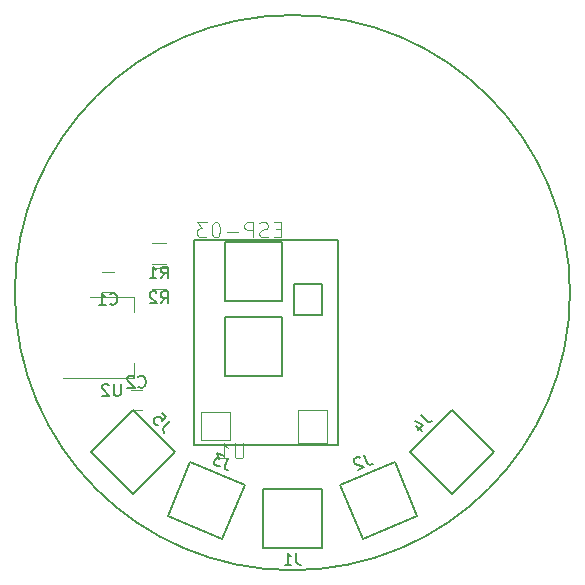
<source format=gbr>
%TF.GenerationSoftware,KiCad,Pcbnew,4.0.7+dfsg1-1*%
%TF.CreationDate,2018-03-01T17:25:55+01:00*%
%TF.ProjectId,ARC-Reactor,4152432D52656163746F722E6B696361,rev?*%
%TF.FileFunction,Legend,Bot*%
%FSLAX46Y46*%
G04 Gerber Fmt 4.6, Leading zero omitted, Abs format (unit mm)*
G04 Created by KiCad (PCBNEW 4.0.7+dfsg1-1) date Thu Mar  1 17:25:55 2018*
%MOMM*%
%LPD*%
G01*
G04 APERTURE LIST*
%ADD10C,0.150000*%
%ADD11C,0.066040*%
%ADD12C,0.127000*%
%ADD13C,0.120000*%
%ADD14C,0.101600*%
G04 APERTURE END LIST*
D10*
X123500000Y-100000000D02*
G75*
G03X123500000Y-100000000I-23500000J0D01*
G01*
D11*
X92300720Y-110099480D02*
X94701020Y-110099480D01*
X94701020Y-110099480D02*
X94701020Y-112499780D01*
X92300720Y-112499780D02*
X94701020Y-112499780D01*
X92300720Y-110099480D02*
X92300720Y-112499780D01*
X100499840Y-109898820D02*
X102897600Y-109898820D01*
X102897600Y-109898820D02*
X102897600Y-112697900D01*
X100499840Y-112697900D02*
X102897600Y-112697900D01*
X100499840Y-109898820D02*
X100499840Y-112697900D01*
D12*
X91701280Y-95502100D02*
X103898360Y-95502100D01*
X91701280Y-112898560D02*
X103898360Y-112898560D01*
X103898360Y-112898560D02*
X103898360Y-109698160D01*
X103898360Y-109698160D02*
X103898360Y-95502100D01*
X91701280Y-112898560D02*
X91701280Y-109698160D01*
X91701280Y-109698160D02*
X91701280Y-95502100D01*
X99097760Y-107099740D02*
X94302240Y-107099740D01*
X94302240Y-107099740D02*
X94302240Y-102101020D01*
X94302240Y-102101020D02*
X99097760Y-102101020D01*
X99097760Y-102101020D02*
X99097760Y-107099740D01*
X102498820Y-101900360D02*
X100098520Y-101900360D01*
X100098520Y-101900360D02*
X100098520Y-99301940D01*
X100098520Y-99301940D02*
X102498820Y-99301940D01*
X102498820Y-99301940D02*
X102498820Y-101900360D01*
X99097760Y-100701480D02*
X94302240Y-100701480D01*
X94302240Y-100701480D02*
X94302240Y-95700220D01*
X94302240Y-95700220D02*
X99097760Y-95700220D01*
X99097760Y-95700220D02*
X99097760Y-100701480D01*
D13*
X84900000Y-99950000D02*
X83900000Y-99950000D01*
X83900000Y-98250000D02*
X84900000Y-98250000D01*
X86300000Y-108250000D02*
X87300000Y-108250000D01*
X87300000Y-109950000D02*
X86300000Y-109950000D01*
X86610000Y-100390000D02*
X86610000Y-101650000D01*
X86610000Y-107210000D02*
X86610000Y-105950000D01*
X82850000Y-100390000D02*
X86610000Y-100390000D01*
X80600000Y-107210000D02*
X86610000Y-107210000D01*
X89300000Y-95820000D02*
X88100000Y-95820000D01*
X88100000Y-97580000D02*
X89300000Y-97580000D01*
X89300000Y-97920000D02*
X88100000Y-97920000D01*
X88100000Y-99680000D02*
X89300000Y-99680000D01*
D10*
X97500640Y-121599360D02*
X102499360Y-121599360D01*
X102499360Y-121599360D02*
X102499360Y-116600640D01*
X102499360Y-116600640D02*
X97500640Y-116600640D01*
X97500640Y-116600640D02*
X97500640Y-121599360D01*
X108652644Y-114334429D02*
X104034429Y-116247356D01*
X104034429Y-116247356D02*
X105947356Y-120865571D01*
X105947356Y-120865571D02*
X110565571Y-118952644D01*
X110565571Y-118952644D02*
X108652644Y-114334429D01*
X95965571Y-116247356D02*
X91347356Y-114334429D01*
X91347356Y-114334429D02*
X89434429Y-118952644D01*
X89434429Y-118952644D02*
X94052644Y-120865571D01*
X94052644Y-120865571D02*
X95965571Y-116247356D01*
X113500000Y-109965371D02*
X109965371Y-113500000D01*
X109965371Y-113500000D02*
X113500000Y-117034629D01*
X113500000Y-117034629D02*
X117034629Y-113500000D01*
X117034629Y-113500000D02*
X113500000Y-109965371D01*
X90034629Y-113500000D02*
X86500000Y-109965371D01*
X86500000Y-109965371D02*
X82965371Y-113500000D01*
X82965371Y-113500000D02*
X86500000Y-117034629D01*
X86500000Y-117034629D02*
X90034629Y-113500000D01*
D14*
X95843899Y-112769504D02*
X95843899Y-113797599D01*
X95783423Y-113918551D01*
X95722947Y-113979028D01*
X95601994Y-114039504D01*
X95360090Y-114039504D01*
X95239137Y-113979028D01*
X95178661Y-113918551D01*
X95118185Y-113797599D01*
X95118185Y-112769504D01*
X93848185Y-114039504D02*
X94573899Y-114039504D01*
X94211042Y-114039504D02*
X94211042Y-112769504D01*
X94331994Y-112950932D01*
X94452947Y-113071885D01*
X94573899Y-113132361D01*
X99018899Y-94644306D02*
X98595566Y-94644306D01*
X98414137Y-95309544D02*
X99018899Y-95309544D01*
X99018899Y-94039544D01*
X98414137Y-94039544D01*
X97930327Y-95249068D02*
X97748899Y-95309544D01*
X97446518Y-95309544D01*
X97325565Y-95249068D01*
X97265089Y-95188591D01*
X97204613Y-95067639D01*
X97204613Y-94946687D01*
X97265089Y-94825734D01*
X97325565Y-94765258D01*
X97446518Y-94704782D01*
X97688422Y-94644306D01*
X97809375Y-94583830D01*
X97869851Y-94523353D01*
X97930327Y-94402401D01*
X97930327Y-94281449D01*
X97869851Y-94160496D01*
X97809375Y-94100020D01*
X97688422Y-94039544D01*
X97386042Y-94039544D01*
X97204613Y-94100020D01*
X96660327Y-95309544D02*
X96660327Y-94039544D01*
X96176518Y-94039544D01*
X96055565Y-94100020D01*
X95995089Y-94160496D01*
X95934613Y-94281449D01*
X95934613Y-94462877D01*
X95995089Y-94583830D01*
X96055565Y-94644306D01*
X96176518Y-94704782D01*
X96660327Y-94704782D01*
X95390327Y-94825734D02*
X94422708Y-94825734D01*
X93576041Y-94039544D02*
X93455089Y-94039544D01*
X93334137Y-94100020D01*
X93273660Y-94160496D01*
X93213184Y-94281449D01*
X93152708Y-94523353D01*
X93152708Y-94825734D01*
X93213184Y-95067639D01*
X93273660Y-95188591D01*
X93334137Y-95249068D01*
X93455089Y-95309544D01*
X93576041Y-95309544D01*
X93696994Y-95249068D01*
X93757470Y-95188591D01*
X93817946Y-95067639D01*
X93878422Y-94825734D01*
X93878422Y-94523353D01*
X93817946Y-94281449D01*
X93757470Y-94160496D01*
X93696994Y-94100020D01*
X93576041Y-94039544D01*
X92729374Y-94039544D02*
X91943184Y-94039544D01*
X92366517Y-94523353D01*
X92185089Y-94523353D01*
X92064136Y-94583830D01*
X92003660Y-94644306D01*
X91943184Y-94765258D01*
X91943184Y-95067639D01*
X92003660Y-95188591D01*
X92064136Y-95249068D01*
X92185089Y-95309544D01*
X92547946Y-95309544D01*
X92668898Y-95249068D01*
X92729374Y-95188591D01*
D10*
X84566666Y-100957143D02*
X84614285Y-101004762D01*
X84757142Y-101052381D01*
X84852380Y-101052381D01*
X84995238Y-101004762D01*
X85090476Y-100909524D01*
X85138095Y-100814286D01*
X85185714Y-100623810D01*
X85185714Y-100480952D01*
X85138095Y-100290476D01*
X85090476Y-100195238D01*
X84995238Y-100100000D01*
X84852380Y-100052381D01*
X84757142Y-100052381D01*
X84614285Y-100100000D01*
X84566666Y-100147619D01*
X83614285Y-101052381D02*
X84185714Y-101052381D01*
X83900000Y-101052381D02*
X83900000Y-100052381D01*
X83995238Y-100195238D01*
X84090476Y-100290476D01*
X84185714Y-100338095D01*
X86966666Y-107957143D02*
X87014285Y-108004762D01*
X87157142Y-108052381D01*
X87252380Y-108052381D01*
X87395238Y-108004762D01*
X87490476Y-107909524D01*
X87538095Y-107814286D01*
X87585714Y-107623810D01*
X87585714Y-107480952D01*
X87538095Y-107290476D01*
X87490476Y-107195238D01*
X87395238Y-107100000D01*
X87252380Y-107052381D01*
X87157142Y-107052381D01*
X87014285Y-107100000D01*
X86966666Y-107147619D01*
X86585714Y-107147619D02*
X86538095Y-107100000D01*
X86442857Y-107052381D01*
X86204761Y-107052381D01*
X86109523Y-107100000D01*
X86061904Y-107147619D01*
X86014285Y-107242857D01*
X86014285Y-107338095D01*
X86061904Y-107480952D01*
X86633333Y-108052381D01*
X86014285Y-108052381D01*
X85461905Y-107752381D02*
X85461905Y-108561905D01*
X85414286Y-108657143D01*
X85366667Y-108704762D01*
X85271429Y-108752381D01*
X85080952Y-108752381D01*
X84985714Y-108704762D01*
X84938095Y-108657143D01*
X84890476Y-108561905D01*
X84890476Y-107752381D01*
X84461905Y-107847619D02*
X84414286Y-107800000D01*
X84319048Y-107752381D01*
X84080952Y-107752381D01*
X83985714Y-107800000D01*
X83938095Y-107847619D01*
X83890476Y-107942857D01*
X83890476Y-108038095D01*
X83938095Y-108180952D01*
X84509524Y-108752381D01*
X83890476Y-108752381D01*
X88866666Y-98802381D02*
X89200000Y-98326190D01*
X89438095Y-98802381D02*
X89438095Y-97802381D01*
X89057142Y-97802381D01*
X88961904Y-97850000D01*
X88914285Y-97897619D01*
X88866666Y-97992857D01*
X88866666Y-98135714D01*
X88914285Y-98230952D01*
X88961904Y-98278571D01*
X89057142Y-98326190D01*
X89438095Y-98326190D01*
X87914285Y-98802381D02*
X88485714Y-98802381D01*
X88200000Y-98802381D02*
X88200000Y-97802381D01*
X88295238Y-97945238D01*
X88390476Y-98040476D01*
X88485714Y-98088095D01*
X88866666Y-100902381D02*
X89200000Y-100426190D01*
X89438095Y-100902381D02*
X89438095Y-99902381D01*
X89057142Y-99902381D01*
X88961904Y-99950000D01*
X88914285Y-99997619D01*
X88866666Y-100092857D01*
X88866666Y-100235714D01*
X88914285Y-100330952D01*
X88961904Y-100378571D01*
X89057142Y-100426190D01*
X89438095Y-100426190D01*
X88485714Y-99997619D02*
X88438095Y-99950000D01*
X88342857Y-99902381D01*
X88104761Y-99902381D01*
X88009523Y-99950000D01*
X87961904Y-99997619D01*
X87914285Y-100092857D01*
X87914285Y-100188095D01*
X87961904Y-100330952D01*
X88533333Y-100902381D01*
X87914285Y-100902381D01*
X100333333Y-122052501D02*
X100333333Y-122766787D01*
X100380953Y-122909644D01*
X100476191Y-123004882D01*
X100619048Y-123052501D01*
X100714286Y-123052501D01*
X99333333Y-123052501D02*
X99904762Y-123052501D01*
X99619048Y-123052501D02*
X99619048Y-122052501D01*
X99714286Y-122195358D01*
X99809524Y-122290596D01*
X99904762Y-122338215D01*
X106058957Y-113732816D02*
X106332302Y-114392730D01*
X106430966Y-114506489D01*
X106555401Y-114558032D01*
X106705606Y-114547357D01*
X106793595Y-114510911D01*
X105699455Y-113984811D02*
X105637238Y-113959040D01*
X105531026Y-113951492D01*
X105311054Y-114042607D01*
X105241289Y-114123048D01*
X105215518Y-114185265D01*
X105207969Y-114291476D01*
X105244415Y-114379465D01*
X105343079Y-114493224D01*
X106089686Y-114802480D01*
X105517761Y-115039379D01*
X94556962Y-113987938D02*
X94283617Y-114647852D01*
X94272943Y-114798058D01*
X94324485Y-114922493D01*
X94438245Y-115021156D01*
X94526234Y-115057602D01*
X94205008Y-113842154D02*
X93633083Y-113605255D01*
X93795259Y-114084770D01*
X93663276Y-114030100D01*
X93557064Y-114037649D01*
X93494847Y-114063420D01*
X93414406Y-114133186D01*
X93323291Y-114353157D01*
X93330840Y-114459369D01*
X93356611Y-114521586D01*
X93426376Y-114602026D01*
X93690342Y-114711365D01*
X93796554Y-114703816D01*
X93858771Y-114678045D01*
X110873518Y-110402114D02*
X111378594Y-110907190D01*
X111513282Y-110974533D01*
X111647969Y-110974533D01*
X111782656Y-110907190D01*
X111849999Y-110839846D01*
X110469457Y-111277579D02*
X110940861Y-111748984D01*
X110368442Y-110839846D02*
X111041877Y-111176564D01*
X110604144Y-111614297D01*
X89597886Y-110873518D02*
X89092810Y-111378594D01*
X89025467Y-111513282D01*
X89025467Y-111647969D01*
X89092810Y-111782656D01*
X89160154Y-111849999D01*
X88924451Y-110200083D02*
X89261169Y-110536801D01*
X88958123Y-110907190D01*
X88958123Y-110839846D01*
X88924452Y-110738831D01*
X88756092Y-110570472D01*
X88655077Y-110536800D01*
X88587734Y-110536800D01*
X88486718Y-110570472D01*
X88318359Y-110738831D01*
X88284688Y-110839846D01*
X88284688Y-110907190D01*
X88318359Y-111008205D01*
X88486719Y-111176564D01*
X88587734Y-111210236D01*
X88655077Y-111210236D01*
M02*

</source>
